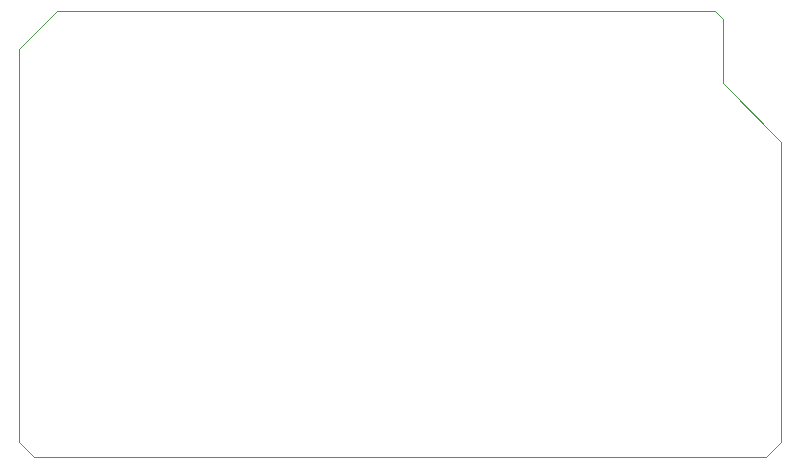
<source format=gko>
G04 EAGLE Gerber RS-274X export*
G75*
%MOMM*%
%FSLAX34Y34*%
%LPD*%
%INKantenfräsen*%
%IPPOS*%
%AMOC8*
5,1,8,0,0,1.08239X$1,22.5*%
G01*
%ADD10C,0.000000*%


D10*
X16510Y0D02*
X3810Y12700D01*
X3810Y345440D01*
X35560Y377190D01*
X593090Y377190D01*
X599440Y370840D01*
X599440Y316230D01*
X648970Y266700D01*
X648970Y12700D01*
X636270Y0D02*
X16510Y0D01*
X636270Y0D02*
X648970Y12700D01*
M02*

</source>
